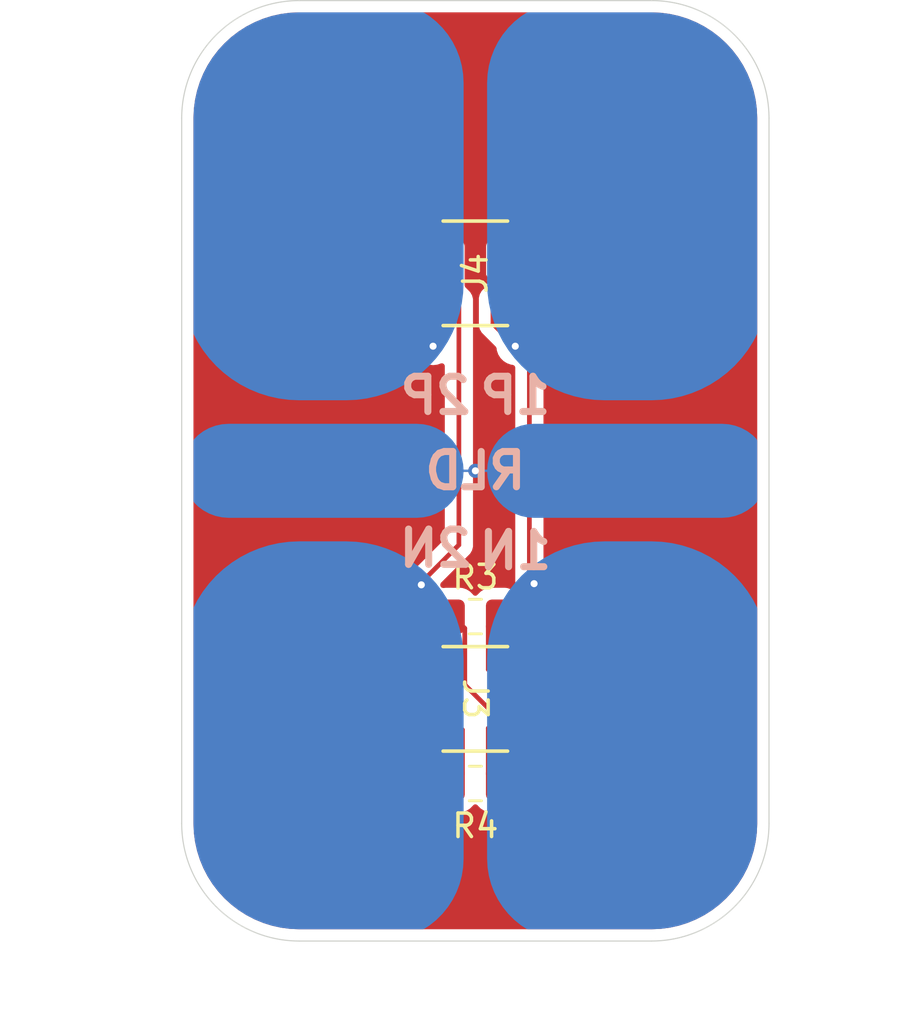
<source format=kicad_pcb>
(kicad_pcb (version 20240108) (generator "pcbnew") (generator_version "8.0")
  (layers (0 "F.Cu" signal) (31 "B.Cu" signal) (34 "B.Paste" user) (35 "F.Paste" user) (36 "B.SilkS" user "B.Silkscreen") (37 "F.SilkS" user "F.Silkscreen") (38 "B.Mask" user) (39 "F.Mask" user) (44 "Edge.Cuts" user))
  (net 0 "")
  (net 1 "IN2N_E")
  (net 2 "IN2P_E")
  (net 3 "IN1P_E")
  (net 4 "IN1N_E")
  (net 5 "RLD_E")
  (net 6 "GPIO2E")
  (net 7 "VDD")
  (net 8 "GPIO1E")
  (footprint "SEMG:CONN8_505004-0812_MOL" (layer "F.Cu") (at 157.5 104.7 -90)
    (property "Reference" "J3" (at 0 0 -90) (layer "F.SilkS"))
    (property "Value" "5050040812")
    (fp_line (start -2.2225 1.3716) (end -2.2225 -1.3716) (stroke (width 0.1524)) (layer "F.SilkS"))
    (fp_line (start 2.2225 -1.3716) (end 2.2225 1.3716) (stroke (width 0.1524)) (layer "F.SilkS"))
    (pad "1" smd rect (at 0.8 -1.2 270) (size 0.5842 0.4826) (layers "F.Cu" "F.Paste" "F.Mask") (net 7 "VDD"))
    (pad "2" smd rect (at 0.2032 -1.2 270) (size 0.2794 0.4826) (layers "F.Cu" "F.Paste" "F.Mask"))
    (pad "3" smd rect (at -0.2032 -1.2 270) (size 0.2794 0.4826) (layers "F.Cu" "F.Paste" "F.Mask"))
    (pad "4" smd rect (at -0.8 -1.2 270) (size 0.5842 0.4826) (layers "F.Cu" "F.Paste" "F.Mask") (net 8 "GPIO1E"))
    (pad "5" smd rect (at 0.8 1.2 270) (size 0.5842 0.4826) (layers "F.Cu" "F.Paste" "F.Mask") (net 6 "GPIO2E"))
    (pad "6" smd rect (at 0.2032 1.2 270) (size 0.2794 0.4826) (layers "F.Cu" "F.Paste" "F.Mask"))
    (pad "7" smd rect (at -0.2032 1.2 270) (size 0.2794 0.4826) (layers "F.Cu" "F.Paste" "F.Mask"))
    (pad "8" smd rect (at -0.8 1.2 270) (size 0.5842 0.4826) (layers "F.Cu" "F.Paste" "F.Mask"))
    (pad "9" smd rect (at 1.530003 -1.2762 270) (size 0.4826 0.3302) (layers "F.Cu" "F.Paste" "F.Mask"))
    (pad "10" smd rect (at -1.530003 -1.2762 270) (size 0.4826 0.3302) (layers "F.Cu" "F.Paste" "F.Mask"))
    (pad "11" smd rect (at 1.530003 1.2762 270) (size 0.4826 0.3302) (layers "F.Cu" "F.Paste" "F.Mask"))
    (pad "12" smd rect (at -1.530003 1.2762 270) (size 0.4826 0.3302) (layers "F.Cu" "F.Paste" "F.Mask"))
  )
  (footprint "Capacitor_SMD:C_0805_2012Metric" (layer "F.Cu") (at 157.5 108.3)
    (property "Reference" "R4" (at 0 1.8 0) (layer "F.SilkS"))
    (property "Value" "1k")
    (fp_line (start -0.261252 -0.735) (end 0.261252 -0.735) (stroke (width 0.12)) (layer "F.SilkS"))
    (fp_line (start -0.261252 0.735) (end 0.261252 0.735) (stroke (width 0.12)) (layer "F.SilkS"))
    (pad "1" smd roundrect (at -0.95 0) (size 1 1.45) (layers "F.Cu" "F.Paste" "F.Mask") (net 6 "GPIO2E"))
    (pad "2" smd roundrect (at 0.95 0) (size 1 1.45) (layers "F.Cu" "F.Paste" "F.Mask") (net 7 "VDD"))
  )
  (footprint "SEMG:CONN8_505004-0812_MOL" (layer "F.Cu") (at 157.5 86.6 90)
    (property "Reference" "J4" (at 0 0 90) (layer "F.SilkS"))
    (property "Value" "5050040812")
    (fp_line (start 2.2225 -1.3716) (end 2.2225 1.3716) (stroke (width 0.1524)) (layer "F.SilkS"))
    (fp_line (start -2.2225 1.3716) (end -2.2225 -1.3716) (stroke (width 0.1524)) (layer "F.SilkS"))
    (pad "1" smd rect (at 0.8 -1.2 90) (size 0.5842 0.4826) (layers "F.Cu" "F.Paste" "F.Mask") (net 2 "IN2P_E"))
    (pad "2" smd rect (at 0.2032 -1.2 90) (size 0.2794 0.4826) (layers "F.Cu" "F.Paste" "F.Mask"))
    (pad "3" smd rect (at -0.2032 -1.2 90) (size 0.2794 0.4826) (layers "F.Cu" "F.Paste" "F.Mask"))
    (pad "4" smd rect (at -0.8 -1.2 90) (size 0.5842 0.4826) (layers "F.Cu" "F.Paste" "F.Mask") (net 1 "IN2N_E"))
    (pad "5" smd rect (at 0.8 1.2 90) (size 0.5842 0.4826) (layers "F.Cu" "F.Paste" "F.Mask") (net 4 "IN1N_E"))
    (pad "6" smd rect (at 0.2032 1.2 90) (size 0.2794 0.4826) (layers "F.Cu" "F.Paste" "F.Mask"))
    (pad "7" smd rect (at -0.2032 1.2 90) (size 0.2794 0.4826) (layers "F.Cu" "F.Paste" "F.Mask") (net 5 "RLD_E"))
    (pad "8" smd rect (at -0.8 1.2 90) (size 0.5842 0.4826) (layers "F.Cu" "F.Paste" "F.Mask") (net 3 "IN1P_E"))
    (pad "9" smd rect (at 1.530003 -1.2762 90) (size 0.4826 0.3302) (layers "F.Cu" "F.Paste" "F.Mask"))
    (pad "10" smd rect (at -1.530003 -1.2762 90) (size 0.4826 0.3302) (layers "F.Cu" "F.Paste" "F.Mask"))
    (pad "11" smd rect (at 1.530003 1.2762 90) (size 0.4826 0.3302) (layers "F.Cu" "F.Paste" "F.Mask"))
    (pad "12" smd rect (at -1.530003 1.2762 90) (size 0.4826 0.3302) (layers "F.Cu" "F.Paste" "F.Mask"))
  )
  (footprint "Capacitor_SMD:C_0805_2012Metric" (layer "F.Cu") (at 157.5 101.2)
    (property "Reference" "R3" (at 0 -1.68 0) (layer "F.SilkS"))
    (property "Value" "1k")
    (fp_line (start -0.261252 -0.735) (end 0.261252 -0.735) (stroke (width 0.12)) (layer "F.SilkS"))
    (fp_line (start -0.261252 0.735) (end 0.261252 0.735) (stroke (width 0.12)) (layer "F.SilkS"))
    (pad "1" smd roundrect (at -0.95 0) (size 1 1.45) (layers "F.Cu" "F.Paste" "F.Mask") (net 7 "VDD"))
    (pad "2" smd roundrect (at 0.95 0) (size 1 1.45) (layers "F.Cu" "F.Paste" "F.Mask") (net 8 "GPIO1E"))
  )
  (gr_line (start 145 80) (end 145 110) (stroke (width 0.05)) (layer "Edge.Cuts"))
  (gr_arc (start 150 115) (mid 146.464466 113.535534) (end 145 110) (stroke (width 0.05)) (layer "Edge.Cuts"))
  (gr_arc (start 165 75) (mid 168.535534 76.464466) (end 170 80) (stroke (width 0.05)) (layer "Edge.Cuts"))
  (gr_arc (start 145 80) (mid 146.464466 76.464466) (end 150 75) (stroke (width 0.05)) (layer "Edge.Cuts"))
  (gr_line (start 170 110) (end 170 80) (stroke (width 0.05)) (layer "Edge.Cuts"))
  (gr_line (start 165 75) (end 150 75) (stroke (width 0.05)) (layer "Edge.Cuts"))
  (gr_line (start 150 115) (end 165 115) (stroke (width 0.05)) (layer "Edge.Cuts"))
  (gr_arc (start 170 110) (mid 168.535534 113.535534) (end 165 115) (stroke (width 0.05)) (layer "Edge.Cuts"))
  (gr_text "RLD\n" (at 157.5 95 0) (layer "B.SilkS") (effects (font (size 1.5 1.5) (thickness 0.3) (bold yes)) (justify mirror)))
  (gr_text "2N" (at 155.8 98.3 -0) (layer "B.SilkS") (effects (font (size 1.5 1.5) (thickness 0.3) (bold yes)) (justify mirror)))
  (gr_text "1P" (at 159.2 91.8 -0) (layer "B.SilkS") (effects (font (size 1.5 1.5) (thickness 0.3) (bold yes)) (justify mirror)))
  (gr_text "1N\n" (at 159.2 98.4 -0) (layer "B.SilkS") (effects (font (size 1.5 1.5) (thickness 0.3) (bold yes)) (justify mirror)))
  (gr_text "2P" (at 155.8 91.8 -0) (layer "B.SilkS") (effects (font (size 1.5 1.5) (thickness 0.3) (bold yes)) (justify mirror)))
  (segment (start 156.8 98.15) (end 156.8 87.77) (width 0.2) (layer "F.Cu") (net 1))
  (segment (start 155.2 99.75) (end 156.8 98.15) (width 0.2) (layer "F.Cu") (net 1))
  (segment (start 156.8 87.77) (end 156.43 87.4) (width 0.2) (layer "F.Cu") (net 1))
  (via (at 155.2 99.85) (size 0.6) (drill 0.3) (layers "F.Cu" "B.Cu") (net 1))
  (segment (start 155.2 99.75) (end 153.2 101.75) (width 0.2) (layer "B.Cu") (net 1))
  (segment (start 153.2 101.75) (end 153.2 102) (width 0.2) (layer "B.Cu") (net 1))
  (segment (start 155.95 85.8) (end 156.3 85.8) (width 0.2) (layer "F.Cu") (net 2))
  (segment (start 155.7 86.05) (end 155.95 85.8) (width 0.2) (layer "F.Cu") (net 2))
  (segment (start 155.7 89.7) (end 155.7 86.05) (width 0.2) (layer "F.Cu") (net 2))
  (via (at 155.7 89.7) (size 0.6) (drill 0.3) (layers "F.Cu" "B.Cu") (net 2))
  (segment (start 153.35 87.35) (end 153.35 85.75) (width 0.2) (layer "B.Cu") (net 2))
  (segment (start 155.7 89.7) (end 153.35 87.35) (width 0.2) (layer "B.Cu") (net 2))
  (segment (start 158.25 87.72) (end 158.57 87.4) (width 0.2) (layer "F.Cu") (net 3))
  (segment (start 159.2 89.7) (end 158.25 88.75) (width 0.2) (layer "F.Cu") (net 3))
  (segment (start 158.25 88.75) (end 158.25 87.72) (width 0.2) (layer "F.Cu") (net 3))
  (via (at 159.2 89.7) (size 0.6) (drill 0.3) (layers "F.Cu" "B.Cu") (net 3))
  (segment (start 160.3 88.6) (end 160.3 88.4) (width 0.2) (layer "B.Cu") (net 3))
  (segment (start 159.2 89.7) (end 160.3 88.6) (width 0.2) (layer "B.Cu") (net 3))
  (segment (start 159.8 99.6) (end 159.8 86.5158) (width 0.2) (layer "F.Cu") (net 4))
  (segment (start 159.8 86.5158) (end 159.0842 85.8) (width 0.2) (layer "F.Cu") (net 4))
  (segment (start 159.0842 85.8) (end 158.57 85.8) (width 0.2) (layer "F.Cu") (net 4))
  (segment (start 160 99.8) (end 159.8 99.6) (width 0.2) (layer "F.Cu") (net 4))
  (via (at 160 99.8) (size 0.6) (drill 0.3) (layers "F.Cu" "B.Cu") (net 4))
  (segment (start 160 99.8) (end 161.7 101.5) (width 0.2) (layer "B.Cu") (net 4))
  (segment (start 161.7 101.5) (end 162.45 101.5) (width 0.2) (layer "B.Cu") (net 4))
  (segment (start 157.5 87.47) (end 158.17 86.8) (width 0.1) (layer "F.Cu") (net 5))
  (segment (start 157.5 95) (end 157.5 87.47) (width 0.1) (layer "F.Cu") (net 5))
  (segment (start 158.17 86.8) (end 158.57 86.8) (width 0.1) (layer "F.Cu") (net 5))
  (via (at 157.5 95) (size 0.6) (drill 0.3) (layers "F.Cu" "B.Cu") (net 5))
  (segment (start 157.5 95) (end 161.1 95) (width 0.1) (layer "B.Cu") (net 5))
  (segment (start 157.5 95) (end 154.7 95) (width 0.1) (layer "B.Cu") (net 5))
  (segment (start 156.95 106.02) (end 156.43 105.5) (width 0.2) (layer "F.Cu") (net 6))
  (segment (start 156.55 108.3) (end 156.95 107.9) (width 0.2) (layer "F.Cu") (net 6))
  (segment (start 156.95 107.9) (end 156.95 106.02) (width 0.2) (layer "F.Cu") (net 6))
  (segment (start 158.7 105.5) (end 158.45 105.5) (width 0.2) (layer "F.Cu") (net 7))
  (segment (start 158.45 108.3) (end 158.05 107.9) (width 0.2) (layer "F.Cu") (net 7))
  (segment (start 157.049938 104.099938) (end 157.049938 101.699938) (width 0.2) (layer "F.Cu") (net 7))
  (segment (start 158.5 105.5) (end 158.7 105.5) (width 0.2) (layer "F.Cu") (net 7))
  (segment (start 158.05 107.9) (end 158.05 105.95) (width 0.2) (layer "F.Cu") (net 7))
  (segment (start 157.049938 101.699938) (end 156.55 101.2) (width 0.2) (layer "F.Cu") (net 7))
  (segment (start 158.45 105.5) (end 157.049938 104.099938) (width 0.2) (layer "F.Cu") (net 7))
  (segment (start 158.05 105.95) (end 158.5 105.5) (width 0.2) (layer "F.Cu") (net 7))
  (segment (start 158.499803 103.9) (end 158.05 103.450197) (width 0.2) (layer "F.Cu") (net 8))
  (segment (start 158.05 103.450197) (end 158.05 101.6) (width 0.2) (layer "F.Cu") (net 8))
  (segment (start 158.05 101.6) (end 158.45 101.2) (width 0.2) (layer "F.Cu") (net 8))
  (segment (start 158.7 103.9) (end 158.499803 103.9) (width 0.2) (layer "F.Cu") (net 8))
  (zone (net 5) (net_name "RLD_E") (layer "F.Cu") (connect_pads (clearance 0.5)) (min_thickness 0.25) (fill yes (thermal_gap 0.5) (thermal_bridge_width 0.5))
    (polygon (pts (xy 145 75) (xy 145 115) (xy 170 115) (xy 170 75)))
  )
  (zone (net 4) (net_name "IN1N_E") (layer "B.Cu") (priority 1) (connect_pads (clearance 0)) (min_thickness 0.25) (fill yes (thermal_gap 0.5) (thermal_bridge_width 0.5) (smoothing fillet) (radius 5))
    (polygon (pts (xy 170 115) (xy 158 115) (xy 158 98) (xy 170 98)))
  )
  (zone (net 1) (net_name "IN2N_E") (layer "B.Cu") (priority 4) (connect_pads (clearance 0)) (min_thickness 0.25) (fill yes (thermal_gap 0.5) (thermal_bridge_width 0.5) (smoothing fillet) (radius 5))
    (polygon (pts (xy 145 115) (xy 157 115) (xy 157 98) (xy 145 98)))
  )
  (zone (net 5) (net_name "RLD_E") (layer "B.Cu") (priority 9) (connect_pads (clearance 0)) (min_thickness 0.25) (fill yes (thermal_gap 0.5) (thermal_bridge_width 0.5) (smoothing fillet) (radius 5))
    (polygon (pts (xy 145 93) (xy 145 97) (xy 157 97) (xy 157 93)))
  )
  (zone (net 3) (net_name "IN1P_E") (layer "B.Cu") (priority 2) (connect_pads (clearance 0)) (min_thickness 0.25) (fill yes (thermal_gap 0.5) (thermal_bridge_width 0.5) (smoothing fillet) (radius 5))
    (polygon (pts (xy 170 75) (xy 170 92) (xy 158 92) (xy 158 75)))
  )
  (zone (net 2) (net_name "IN2P_E") (layer "B.Cu") (priority 3) (connect_pads (clearance 0)) (min_thickness 0.25) (fill yes (thermal_gap 0.5) (thermal_bridge_width 0.5) (smoothing fillet) (radius 5))
    (polygon (pts (xy 145 75) (xy 145 92) (xy 157 92) (xy 157 75)))
  )
  (zone (net 5) (net_name "RLD_E") (layer "B.Cu") (priority 9) (connect_pads (clearance 0)) (min_thickness 0.25) (fill yes (thermal_gap 0.5) (thermal_bridge_width 0.5) (smoothing fillet) (radius 5))
    (polygon (pts (xy 158 93) (xy 158 97) (xy 170 97) (xy 170 93)))
  )
)
</source>
